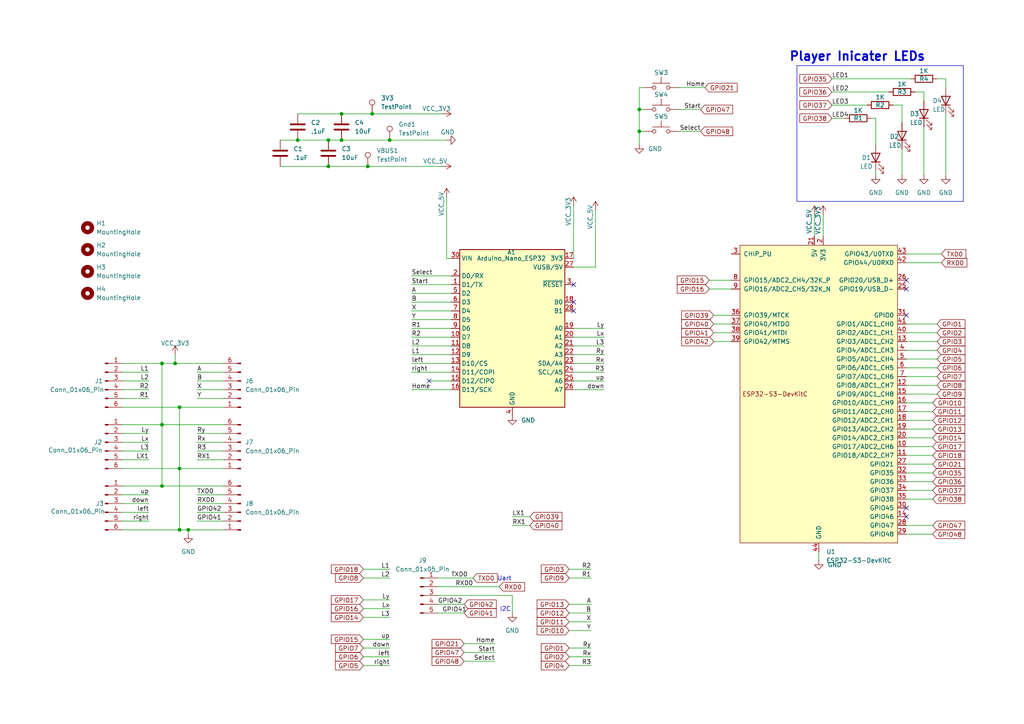
<source format=kicad_sch>
(kicad_sch (version 20250114) (generator "eeschema") (generator_version "9.0")
  (paper "A4")
  (lib_symbols
    (symbol "MCU Carrier Board:+3.3V" (power) (pin_numbers (hide yes)) (pin_names (offset 0) (hide yes))
      (property "Value" "+3.3V" (at 0 3.556 0))
      (symbol "+3.3V_0_1"
        (polyline (pts (xy -0.762 1.27) (xy 0 2.54)))
        (polyline (pts (xy 0 2.54) (xy 0.762 1.27)))
        (polyline (pts (xy 0 0) (xy 0 2.54)))
      )
      (symbol "+3.3V_1_1"
        (pin power_in line (at 0 0 90) (length 0) (name "~") (number "1"))
      )
    )
    (symbol "MCU Carrier Board:+3V3" (power) (pin_numbers (hide yes)) (pin_names (offset 0) (hide yes))
      (property "Value" "+3V3" (at 0 3.556 0))
      (symbol "+3V3_0_1"
        (polyline (pts (xy -0.762 1.27) (xy 0 2.54)))
        (polyline (pts (xy 0 2.54) (xy 0.762 1.27)))
        (polyline (pts (xy 0 0) (xy 0 2.54)))
      )
      (symbol "+3V3_1_1"
        (pin power_in line (at 0 0 90) (length 0) (name "~") (number "1"))
      )
    )
    (symbol "MCU Carrier Board:+5V" (power) (pin_numbers (hide yes)) (pin_names (offset 0) (hide yes))
      (property "Value" "+5V" (at 0 3.556 0))
      (symbol "+5V_0_1"
        (polyline (pts (xy -0.762 1.27) (xy 0 2.54)))
        (polyline (pts (xy 0 2.54) (xy 0.762 1.27)))
        (polyline (pts (xy 0 0) (xy 0 2.54)))
      )
      (symbol "+5V_1_1"
        (pin power_in line (at 0 0 90) (length 0) (name "~") (number "1"))
      )
    )
    (symbol "MCU Carrier Board:C" (pin_numbers (hide yes)) (pin_names (offset 0.254))
      (property "Reference" "C" (at 0.635 2.54 0))
      (property "Value" "C" (at 0.635 -2.54 0))
      (symbol "C_0_1"
        (polyline (pts (xy -2.032 0.762) (xy 2.032 0.762)) (stroke (width 0.508)))
        (polyline (pts (xy -2.032 -0.762) (xy 2.032 -0.762)) (stroke (width 0.508)))
      )
      (symbol "C_1_1"
        (pin passive line (at 0 3.81 270) (length 2.794) (name "~") (number "1"))
        (pin passive line (at 0 -3.81 90) (length 2.794) (name "~") (number "2"))
      )
    )
    (symbol "MCU Carrier Board:Conn_01x05_Pin" (pin_names (offset 1.016) (hide yes))
      (property "Reference" "J" (at 0 7.62 0))
      (property "Value" "Conn_01x05_Pin" (at 0 -7.62 0))
      (symbol "Conn_01x05_Pin_1_1"
        (rectangle (start 0.8636 5.207) (end 0 4.953) (stroke (width 0.1524)) (fill (type outline)))
        (rectangle (start 0.8636 2.667) (end 0 2.413) (stroke (width 0.1524)) (fill (type outline)))
        (rectangle (start 0.8636 0.127) (end 0 -0.127) (stroke (width 0.1524)) (fill (type outline)))
        (rectangle (start 0.8636 -2.413) (end 0 -2.667) (stroke (width 0.1524)) (fill (type outline)))
        (rectangle (start 0.8636 -4.953) (end 0 -5.207) (stroke (width 0.1524)) (fill (type outline)))
        (polyline (pts (xy 1.27 5.08) (xy 0.8636 5.08)) (stroke (width 0.1524)))
        (polyline (pts (xy 1.27 2.54) (xy 0.8636 2.54)) (stroke (width 0.1524)))
        (polyline (pts (xy 1.27 0) (xy 0.8636 0)) (stroke (width 0.1524)))
        (polyline (pts (xy 1.27 -2.54) (xy 0.8636 -2.54)) (stroke (width 0.1524)))
        (polyline (pts (xy 1.27 -5.08) (xy 0.8636 -5.08)) (stroke (width 0.1524)))
        (pin passive line (at 5.08 5.08 180) (length 3.81) (name "Pin_1") (number "1"))
        (pin passive line (at 5.08 2.54 180) (length 3.81) (name "Pin_2") (number "2"))
        (pin passive line (at 5.08 0 180) (length 3.81) (name "Pin_3") (number "3"))
        (pin passive line (at 5.08 -2.54 180) (length 3.81) (name "Pin_4") (number "4"))
        (pin passive line (at 5.08 -5.08 180) (length 3.81) (name "Pin_5") (number "5"))
      )
    )
    (symbol "MCU Carrier Board:Conn_01x06_Pin" (pin_names (offset 1.016) (hide yes))
      (property "Reference" "J" (at 0 7.62 0))
      (property "Value" "Conn_01x06_Pin" (at 0 -10.16 0))
      (symbol "Conn_01x06_Pin_1_1"
        (rectangle (start 0.8636 5.207) (end 0 4.953) (stroke (width 0.1524)) (fill (type outline)))
        (rectangle (start 0.8636 2.667) (end 0 2.413) (stroke (width 0.1524)) (fill (type outline)))
        (rectangle (start 0.8636 0.127) (end 0 -0.127) (stroke (width 0.1524)) (fill (type outline)))
        (rectangle (start 0.8636 -2.413) (end 0 -2.667) (stroke (width 0.1524)) (fill (type outline)))
        (rectangle (start 0.8636 -4.953) (end 0 -5.207) (stroke (width 0.1524)) (fill (type outline)))
        (rectangle (start 0.8636 -7.493) (end 0 -7.747) (stroke (width 0.1524)) (fill (type outline)))
        (polyline (pts (xy 1.27 5.08) (xy 0.8636 5.08)) (stroke (width 0.1524)))
        (polyline (pts (xy 1.27 2.54) (xy 0.8636 2.54)) (stroke (width 0.1524)))
        (polyline (pts (xy 1.27 0) (xy 0.8636 0)) (stroke (width 0.1524)))
        (polyline (pts (xy 1.27 -2.54) (xy 0.8636 -2.54)) (stroke (width 0.1524)))
        (polyline (pts (xy 1.27 -5.08) (xy 0.8636 -5.08)) (stroke (width 0.1524)))
        (polyline (pts (xy 1.27 -7.62) (xy 0.8636 -7.62)) (stroke (width 0.1524)))
        (pin passive line (at 5.08 5.08 180) (length 3.81) (name "Pin_1") (number "1"))
        (pin passive line (at 5.08 2.54 180) (length 3.81) (name "Pin_2") (number "2"))
        (pin passive line (at 5.08 0 180) (length 3.81) (name "Pin_3") (number "3"))
        (pin passive line (at 5.08 -2.54 180) (length 3.81) (name "Pin_4") (number "4"))
        (pin passive line (at 5.08 -5.08 180) (length 3.81) (name "Pin_5") (number "5"))
        (pin passive line (at 5.08 -7.62 180) (length 3.81) (name "Pin_6") (number "6"))
      )
    )
    (symbol "MCU Carrier Board:GND" (power) (pin_numbers (hide yes)) (pin_names (offset 0) (hide yes))
      (property "Value" "GND" (at 0 -3.81 0))
      (symbol "GND_0_1"
        (polyline (pts (xy 0 0) (xy 0 -1.27) (xy 1.27 -1.27) (xy 0 -2.54) (xy -1.27 -1.27) (xy 0 -1.27)))
      )
      (symbol "GND_1_1"
        (pin power_in line (at 0 0 270) (length 0) (name "~") (number "1"))
      )
    )
    (symbol "MCU Carrier Board:LED" (pin_numbers (hide yes)) (pin_names (offset 1.016) (hide yes))
      (property "Reference" "D" (at 0 2.54 0))
      (property "Value" "LED" (at 0 -2.54 0))
      (symbol "LED_0_1"
        (polyline (pts (xy -3.048 -0.762) (xy -4.572 -2.286) (xy -3.81 -2.286) (xy -4.572 -2.286) (xy -4.572 -1.524)))
        (polyline (pts (xy -1.778 -0.762) (xy -3.302 -2.286) (xy -2.54 -2.286) (xy -3.302 -2.286) (xy -3.302 -1.524)))
        (polyline (pts (xy -1.27 0) (xy 1.27 0)))
        (polyline (pts (xy -1.27 -1.27) (xy -1.27 1.27)) (stroke (width 0.254)))
        (polyline (pts (xy 1.27 -1.27) (xy 1.27 1.27) (xy -1.27 0) (xy 1.27 -1.27)) (stroke (width 0.254)))
      )
      (symbol "LED_1_1"
        (pin passive line (at -3.81 0 0) (length 2.54) (name "K") (number "1"))
        (pin passive line (at 3.81 0 180) (length 2.54) (name "A") (number "2"))
      )
    )
    (symbol "MCU Carrier Board:MountingHole" (pin_names (offset 1.016)) (in_bom no)
      (property "Reference" "H" (at 0 5.08 0))
      (property "Value" "MountingHole" (at 0 3.175 0))
      (symbol "MountingHole_0_1"
        (circle (center 0 0) (radius 1.27) (stroke (width 1.27)))
      )
    )
    (symbol "MCU Carrier Board:R" (pin_numbers (hide yes)) (pin_names (offset 0))
      (property "Reference" "R" (at 2.032 0 90))
      (property "Value" "R" (at 0 0 90))
      (symbol "R_0_1"
        (rectangle (start -1.016 -2.54) (end 1.016 2.54) (stroke (width 0.254)))
      )
      (symbol "R_1_1"
        (pin passive line (at 0 3.81 270) (length 1.27) (name "~") (number "1"))
        (pin passive line (at 0 -3.81 90) (length 1.27) (name "~") (number "2"))
      )
    )
    (symbol "MCU Carrier Board:SW_Push" (pin_numbers (hide yes)) (pin_names (offset 1.016) (hide yes))
      (property "Reference" "SW" (at 1.27 2.54 0))
      (property "Value" "SW_Push" (at 0 -1.524 0))
      (symbol "SW_Push_0_1"
        (circle (center -2.032 0) (radius 0.508))
        (polyline (pts (xy 0 1.27) (xy 0 3.048)))
        (circle (center 2.032 0) (radius 0.508))
        (polyline (pts (xy 2.54 1.27) (xy -2.54 1.27)))
        (pin passive line (at -5.08 0 0) (length 2.54) (name "1") (number "1"))
        (pin passive line (at 5.08 0 180) (length 2.54) (name "2") (number "2"))
      )
    )
    (symbol "MCU Carrier Board:TestPoint" (pin_numbers (hide yes)) (pin_names (offset 0.762) (hide yes))
      (property "Reference" "TP" (at 0 6.858 0))
      (property "Value" "TestPoint" (at 0 5.08 0))
      (symbol "TestPoint_0_1"
        (circle (center 0 3.302) (radius 0.762))
      )
      (symbol "TestPoint_1_1"
        (pin passive line (at 0 0 90) (length 2.54) (name "1") (number "1"))
      )
    )
    (symbol "MCU_Module:Arduino_Nano_ESP32"
      (property "Reference" "A" (at -14.986 23.622 0))
      (property "Value" "Arduino_Nano_ESP32" (at 3.81 -25.654 0))
      (symbol "Arduino_Nano_ESP32_0_1"
        (rectangle (start -15.24 22.86) (end 15.24 -22.86) (stroke (width 0.254)) (fill (type background)))
      )
      (symbol "Arduino_Nano_ESP32_1_1"
        (pin power_in line (at -17.78 20.32 0) (length 2.54) (name "VIN") (number "30"))
        (pin bidirectional line (at -17.78 15.24 0) (length 2.54) (name "D0/RX") (number "2"))
        (pin bidirectional line (at -17.78 12.7 0) (length 2.54) (name "D1/TX") (number "1"))
        (pin bidirectional line (at -17.78 10.16 0) (length 2.54) (name "D2") (number "5"))
        (pin bidirectional line (at -17.78 7.62 0) (length 2.54) (name "D3") (number "6"))
        (pin bidirectional line (at -17.78 5.08 0) (length 2.54) (name "D4") (number "7"))
        (pin bidirectional line (at -17.78 2.54 0) (length 2.54) (name "D5") (number "8"))
        (pin bidirectional line (at -17.78 0 0) (length 2.54) (name "D6") (number "9"))
        (pin bidirectional line (at -17.78 -2.54 0) (length 2.54) (name "D7") (number "10"))
        (pin bidirectional line (at -17.78 -5.08 0) (length 2.54) (name "D8") (number "11"))
        (pin bidirectional line (at -17.78 -7.62 0) (length 2.54) (name "D9") (number "12"))
        (pin bidirectional line (at -17.78 -10.16 0) (length 2.54) (name "D10/CS") (number "13"))
        (pin bidirectional line (at -17.78 -12.7 0) (length 2.54) (name "D11/COPI") (number "14"))
        (pin bidirectional line (at -17.78 -15.24 0) (length 2.54) (name "D12/CIPO") (number "15"))
        (pin bidirectional line (at -17.78 -17.78 0) (length 2.54) (name "D13/SCK") (number "16"))
        (pin passive line (at 0 -25.4 90) (length 2.54) (hide yes) (name "GND") (number "29"))
        (pin power_in line (at 0 -25.4 90) (length 2.54) (name "GND") (number "4"))
        (pin power_out line (at 17.78 20.32 180) (length 2.54) (name "3V3") (number "17"))
        (pin power_out line (at 17.78 17.78 180) (length 2.54) (name "VUSB/5V") (number "27"))
        (pin input line (at 17.78 12.7 180) (length 2.54) (name "~{RESET}") (number "3"))
        (pin bidirectional line (at 17.78 7.62 180) (length 2.54) (name "B0") (number "18"))
        (pin bidirectional line (at 17.78 5.08 180) (length 2.54) (name "B1") (number "28"))
        (pin bidirectional line (at 17.78 0 180) (length 2.54) (name "A0") (number "19"))
        (pin bidirectional line (at 17.78 -2.54 180) (length 2.54) (name "A1") (number "20"))
        (pin bidirectional line (at 17.78 -5.08 180) (length 2.54) (name "A2") (number "21"))
        (pin bidirectional line (at 17.78 -7.62 180) (length 2.54) (name "A3") (number "22"))
        (pin bidirectional line (at 17.78 -10.16 180) (length 2.54) (name "SDA/A4") (number "23"))
        (pin bidirectional line (at 17.78 -12.7 180) (length 2.54) (name "SCL/A5") (number "24"))
        (pin bidirectional line (at 17.78 -15.24 180) (length 2.54) (name "A6") (number "25"))
        (pin bidirectional line (at 17.78 -17.78 180) (length 2.54) (name "A7") (number "26"))
      )
    )
    (symbol "PCM_Espressif:ESP32-S3-DevKitC" (pin_names (offset 1.016))
      (property "Reference" "U" (at -22.86 48.26 0))
      (property "Value" "ESP32-S3-DevKitC" (at -22.86 45.72 0))
      (symbol "ESP32-S3-DevKitC_0_0"
        (text "ESP32-S3-DevKitC" (at -12.7 0 0) (effects (font (size 1.27 1.27))))
        (pin bidirectional line (at -25.4 15.24 0) (length 2.54) (name "GPIO42/MTMS") (number "39"))
        (pin power_in line (at 0 -45.72 90) (length 2.54) (name "GND") (number "44"))
        (pin bidirectional line (at 25.4 40.64 180) (length 2.54) (name "GPIO43/U0TXD") (number "43"))
        (pin bidirectional line (at 25.4 38.1 180) (length 2.54) (name "GPIO44/U0RXD") (number "42"))
        (pin bidirectional line (at 25.4 20.32 180) (length 2.54) (name "GPIO1/ADC1_CH0") (number "41"))
        (pin bidirectional line (at 25.4 17.78 180) (length 2.54) (name "GPIO2/ADC1_CH1") (number "40"))
        (pin bidirectional line (at 25.4 -10.16 180) (length 2.54) (name "GPIO13/ADC2_CH2") (number "19"))
        (pin bidirectional line (at 25.4 -35.56 180) (length 2.54) (name "GPIO46") (number "14"))
      )
      (symbol "ESP32-S3-DevKitC_0_1"
        (rectangle (start -22.86 43.18) (end 22.86 -43.18) (fill (type background)))
        (pin power_in line (at 1.27 45.72 270) (length 2.54) (name "3V3") (number "2"))
      )
      (symbol "ESP32-S3-DevKitC_1_1"
        (pin input line (at -25.4 40.64 0) (length 2.54) (name "CHIP_PU") (number "3"))
        (pin bidirectional line (at -25.4 33.02 0) (length 2.54) (name "GPIO15/ADC2_CH4/32K_P") (number "8"))
        (pin bidirectional line (at -25.4 30.48 0) (length 2.54) (name "GPIO16/ADC2_CH5/32K_N") (number "9"))
        (pin bidirectional line (at -25.4 22.86 0) (length 2.54) (name "GPIO39/MTCK") (number "36"))
        (pin bidirectional line (at -25.4 20.32 0) (length 2.54) (name "GPIO40/MTDO") (number "37"))
        (pin bidirectional line (at -25.4 17.78 0) (length 2.54) (name "GPIO41/MTDI") (number "38"))
        (pin power_in line (at -1.27 45.72 270) (length 2.54) (name "5V") (number "21"))
        (pin passive line (at 0 -45.72 90) (length 2.54) (hide yes) (name "GND") (number "22"))
        (pin passive line (at 0 -45.72 90) (length 2.54) (hide yes) (name "GND") (number "23"))
        (pin passive line (at 0 -45.72 90) (length 2.54) (hide yes) (name "GND") (number "24"))
        (pin passive line (at 1.27 45.72 270) (length 2.54) (hide yes) (name "3V3") (number "1"))
        (pin bidirectional line (at 25.4 33.02 180) (length 2.54) (name "GPIO20/USB_D+") (number "26"))
        (pin bidirectional line (at 25.4 30.48 180) (length 2.54) (name "GPIO19/USB_D-") (number "25"))
        (pin bidirectional line (at 25.4 22.86 180) (length 2.54) (name "GPIO0") (number "31"))
        (pin bidirectional line (at 25.4 15.24 180) (length 2.54) (name "GPIO3/ADC1_CH2") (number "13"))
        (pin bidirectional line (at 25.4 12.7 180) (length 2.54) (name "GPIO4/ADC1_CH3") (number "4"))
        (pin bidirectional line (at 25.4 10.16 180) (length 2.54) (name "GPIO5/ADC1_CH4") (number "5"))
        (pin bidirectional line (at 25.4 7.62 180) (length 2.54) (name "GPIO6/ADC1_CH5") (number "6"))
        (pin bidirectional line (at 25.4 5.08 180) (length 2.54) (name "GPIO7/ADC1_CH6") (number "7"))
        (pin bidirectional line (at 25.4 2.54 180) (length 2.54) (name "GPIO8/ADC1_CH7") (number "12"))
        (pin bidirectional line (at 25.4 0 180) (length 2.54) (name "GPIO9/ADC1_CH8") (number "15"))
        (pin bidirectional line (at 25.4 -2.54 180) (length 2.54) (name "GPIO10/ADC1_CH9") (number "16"))
        (pin bidirectional line (at 25.4 -5.08 180) (length 2.54) (name "GPIO11/ADC2_CH0") (number "17"))
        (pin bidirectional line (at 25.4 -7.62 180) (length 2.54) (name "GPIO12/ADC2_CH1") (number "18"))
        (pin bidirectional line (at 25.4 -12.7 180) (length 2.54) (name "GPIO14/ADC2_CH3") (number "20"))
        (pin bidirectional line (at 25.4 -15.24 180) (length 2.54) (name "GPIO17/ADC2_CH6") (number "10"))
        (pin bidirectional line (at 25.4 -17.78 180) (length 2.54) (name "GPIO18/ADC2_CH7") (number "11"))
        (pin bidirectional line (at 25.4 -20.32 180) (length 2.54) (name "GPIO21") (number "27"))
        (pin bidirectional line (at 25.4 -22.86 180) (length 2.54) (name "GPIO35") (number "32"))
        (pin bidirectional line (at 25.4 -25.4 180) (length 2.54) (name "GPIO36") (number "33"))
        (pin bidirectional line (at 25.4 -27.94 180) (length 2.54) (name "GPIO37") (number "34"))
        (pin bidirectional line (at 25.4 -30.48 180) (length 2.54) (name "GPIO38") (number "35"))
        (pin bidirectional line (at 25.4 -33.02 180) (length 2.54) (name "GPIO45") (number "30"))
        (pin bidirectional line (at 25.4 -38.1 180) (length 2.54) (name "GPIO47") (number "28"))
        (pin bidirectional line (at 25.4 -40.64 180) (length 2.54) (name "GPIO48") (number "29"))
      )
    )
  )
  (rectangle (start 231.14 19.05) (end 279.4 58.42))
  (text "Player Inicater LEDs" (at 248.666 16.51 0) (effects (font (size 2.54 2.54) (thickness 0.508) (bold yes))))
  (text "Uart\n" (at 146.304 167.894 0) (effects (font (size 1.27 1.27))))
  (text "I2C\n" (at 146.558 176.784 0) (effects (font (size 1.27 1.27))))
  (junction (at 86.36 40.64))
  (junction (at 185.42 31.75))
  (junction (at 52.07 135.89))
  (junction (at 54.61 153.67))
  (junction (at 185.42 38.1))
  (junction (at 95.25 48.26))
  (junction (at 46.99 105.41))
  (junction (at 46.99 140.97))
  (junction (at 52.07 118.11))
  (junction (at 106.68 48.26))
  (junction (at 50.8 105.41))
  (junction (at 99.06 40.64))
  (junction (at 113.03 40.64))
  (junction (at 52.07 153.67))
  (junction (at 99.06 33.02))
  (junction (at 95.25 40.64))
  (junction (at 46.99 123.19))
  (junction (at 107.95 33.02))
  (no_connect (at 124.46 110.49))
  (no_connect (at 262.89 149.86))
  (no_connect (at 262.89 147.32))
  (no_connect (at 166.37 82.55))
  (no_connect (at 166.37 90.17))
  (no_connect (at 262.89 91.44))
  (no_connect (at 262.89 83.82))
  (no_connect (at 166.37 87.63))
  (no_connect (at 262.89 81.28))
  (wire (pts (xy 86.36 40.64) (xy 95.25 40.64)))
  (wire (pts (xy 212.09 93.98) (xy 207.01 93.98)))
  (wire (pts (xy 165.1 193.04) (xy 171.45 193.04)))
  (wire (pts (xy 165.1 167.64) (xy 171.45 167.64)))
  (wire (pts (xy 270.51 132.08) (xy 262.89 132.08)))
  (wire (pts (xy 270.51 134.62) (xy 262.89 134.62)))
  (wire (pts (xy 261.62 43.18) (xy 261.62 50.8)))
  (wire (pts (xy 43.18 115.57) (xy 35.56 115.57)))
  (wire (pts (xy 262.89 144.78) (xy 270.51 144.78)))
  (wire (pts (xy 107.95 33.02) (xy 99.06 33.02)))
  (wire (pts (xy 241.3 22.86) (xy 264.16 22.86)))
  (wire (pts (xy 267.97 26.67) (xy 265.43 26.67)))
  (wire (pts (xy 271.78 104.14) (xy 262.89 104.14)))
  (wire (pts (xy 274.32 22.86) (xy 274.32 25.4)))
  (wire (pts (xy 273.05 73.66) (xy 262.89 73.66)))
  (wire (pts (xy 267.97 26.67) (xy 267.97 29.21)))
  (wire (pts (xy 57.15 148.59) (xy 64.77 148.59)))
  (wire (pts (xy 43.18 146.05) (xy 35.56 146.05)))
  (wire (pts (xy 185.42 31.75) (xy 185.42 38.1)))
  (wire (pts (xy 43.18 107.95) (xy 35.56 107.95)))
  (wire (pts (xy 52.07 118.11) (xy 52.07 135.89)))
  (wire (pts (xy 166.37 100.33) (xy 175.26 100.33)))
  (wire (pts (xy 270.51 152.4) (xy 262.89 152.4)))
  (wire (pts (xy 52.07 153.67) (xy 54.61 153.67)))
  (wire (pts (xy 57.15 128.27) (xy 64.77 128.27)))
  (wire (pts (xy 241.3 34.29) (xy 245.11 34.29)))
  (wire (pts (xy 105.41 165.1) (xy 113.03 165.1)))
  (wire (pts (xy 241.3 30.48) (xy 251.46 30.48)))
  (wire (pts (xy 134.62 175.26) (xy 127 175.26)))
  (wire (pts (xy 165.1 177.8) (xy 171.45 177.8)))
  (wire (pts (xy 105.41 167.64) (xy 113.03 167.64)))
  (wire (pts (xy 236.22 62.23) (xy 236.22 68.58)))
  (wire (pts (xy 175.26 97.79) (xy 166.37 97.79)))
  (wire (pts (xy 119.38 80.01) (xy 130.81 80.01)))
  (wire (pts (xy 57.15 113.03) (xy 64.77 113.03)))
  (wire (pts (xy 54.61 154.94) (xy 54.61 153.67)))
  (wire (pts (xy 175.26 105.41) (xy 166.37 105.41)))
  (wire (pts (xy 50.8 102.87) (xy 50.8 105.41)))
  (wire (pts (xy 134.62 189.23) (xy 143.51 189.23)))
  (wire (pts (xy 35.56 153.67) (xy 52.07 153.67)))
  (wire (pts (xy 196.85 38.1) (xy 203.2 38.1)))
  (wire (pts (xy 57.15 130.81) (xy 64.77 130.81)))
  (wire (pts (xy 165.1 182.88) (xy 171.45 182.88)))
  (wire (pts (xy 57.15 143.51) (xy 64.77 143.51)))
  (wire (pts (xy 99.06 40.64) (xy 113.03 40.64)))
  (wire (pts (xy 271.78 111.76) (xy 262.89 111.76)))
  (wire (pts (xy 148.59 149.86) (xy 153.67 149.86)))
  (wire (pts (xy 270.51 121.92) (xy 262.89 121.92)))
  (wire (pts (xy 262.89 96.52) (xy 271.78 96.52)))
  (wire (pts (xy 212.09 91.44) (xy 207.01 91.44)))
  (wire (pts (xy 165.1 175.26) (xy 171.45 175.26)))
  (wire (pts (xy 46.99 123.19) (xy 64.77 123.19)))
  (wire (pts (xy 261.62 30.48) (xy 259.08 30.48)))
  (wire (pts (xy 105.41 187.96) (xy 113.03 187.96)))
  (wire (pts (xy 43.18 128.27) (xy 35.56 128.27)))
  (wire (pts (xy 43.18 110.49) (xy 35.56 110.49)))
  (wire (pts (xy 270.51 127) (xy 262.89 127)))
  (wire (pts (xy 86.36 33.02) (xy 99.06 33.02)))
  (wire (pts (xy 274.32 22.86) (xy 271.78 22.86)))
  (wire (pts (xy 105.41 190.5) (xy 113.03 190.5)))
  (wire (pts (xy 127 170.18) (xy 144.78 170.18)))
  (wire (pts (xy 105.41 173.99) (xy 113.03 173.99)))
  (wire (pts (xy 105.41 185.42) (xy 113.03 185.42)))
  (wire (pts (xy 254 49.53) (xy 254 50.8)))
  (wire (pts (xy 185.42 31.75) (xy 186.69 31.75)))
  (wire (pts (xy 134.62 191.77) (xy 143.51 191.77)))
  (wire (pts (xy 238.76 62.23) (xy 238.76 68.58)))
  (wire (pts (xy 35.56 135.89) (xy 52.07 135.89)))
  (wire (pts (xy 57.15 133.35) (xy 64.77 133.35)))
  (wire (pts (xy 119.38 105.41) (xy 130.81 105.41)))
  (wire (pts (xy 262.89 101.6) (xy 271.78 101.6)))
  (wire (pts (xy 165.1 180.34) (xy 171.45 180.34)))
  (wire (pts (xy 119.38 95.25) (xy 130.81 95.25)))
  (wire (pts (xy 119.38 85.09) (xy 130.81 85.09)))
  (wire (pts (xy 212.09 81.28) (xy 205.74 81.28)))
  (wire (pts (xy 81.28 40.64) (xy 86.36 40.64)))
  (wire (pts (xy 271.78 109.22) (xy 262.89 109.22)))
  (wire (pts (xy 129.54 57.15) (xy 129.54 74.93)))
  (wire (pts (xy 185.42 38.1) (xy 185.42 41.91)))
  (wire (pts (xy 119.38 82.55) (xy 130.81 82.55)))
  (wire (pts (xy 50.8 105.41) (xy 64.77 105.41)))
  (wire (pts (xy 185.42 25.4) (xy 186.69 25.4)))
  (wire (pts (xy 207.01 99.06) (xy 212.09 99.06)))
  (wire (pts (xy 129.54 74.93) (xy 130.81 74.93)))
  (wire (pts (xy 57.15 125.73) (xy 64.77 125.73)))
  (wire (pts (xy 43.18 151.13) (xy 35.56 151.13)))
  (wire (pts (xy 35.56 118.11) (xy 52.07 118.11)))
  (wire (pts (xy 43.18 148.59) (xy 35.56 148.59)))
  (wire (pts (xy 57.15 151.13) (xy 64.77 151.13)))
  (wire (pts (xy 175.26 107.95) (xy 166.37 107.95)))
  (wire (pts (xy 35.56 105.41) (xy 46.99 105.41)))
  (wire (pts (xy 107.95 33.02) (xy 128.27 33.02)))
  (wire (pts (xy 271.78 106.68) (xy 262.89 106.68)))
  (wire (pts (xy 35.56 140.97) (xy 46.99 140.97)))
  (wire (pts (xy 254 34.29) (xy 254 41.91)))
  (wire (pts (xy 106.68 48.26) (xy 128.27 48.26)))
  (wire (pts (xy 262.89 139.7) (xy 270.51 139.7)))
  (wire (pts (xy 134.62 177.8) (xy 127 177.8)))
  (wire (pts (xy 105.41 179.07) (xy 113.03 179.07)))
  (wire (pts (xy 262.89 129.54) (xy 270.51 129.54)))
  (wire (pts (xy 113.03 40.64) (xy 129.54 40.64)))
  (wire (pts (xy 105.41 176.53) (xy 113.03 176.53)))
  (wire (pts (xy 119.38 102.87) (xy 130.81 102.87)))
  (wire (pts (xy 119.38 107.95) (xy 130.81 107.95)))
  (wire (pts (xy 119.38 87.63) (xy 130.81 87.63)))
  (wire (pts (xy 43.18 130.81) (xy 35.56 130.81)))
  (wire (pts (xy 119.38 97.79) (xy 130.81 97.79)))
  (wire (pts (xy 43.18 113.03) (xy 35.56 113.03)))
  (wire (pts (xy 270.51 119.38) (xy 262.89 119.38)))
  (wire (pts (xy 241.3 26.67) (xy 257.81 26.67)))
  (wire (pts (xy 134.62 186.69) (xy 143.51 186.69)))
  (wire (pts (xy 262.89 93.98) (xy 271.78 93.98)))
  (wire (pts (xy 46.99 123.19) (xy 46.99 140.97)))
  (wire (pts (xy 165.1 190.5) (xy 171.45 190.5)))
  (wire (pts (xy 81.28 48.26) (xy 95.25 48.26)))
  (wire (pts (xy 175.26 95.25) (xy 166.37 95.25)))
  (wire (pts (xy 119.38 90.17) (xy 130.81 90.17)))
  (wire (pts (xy 185.42 38.1) (xy 186.69 38.1)))
  (wire (pts (xy 105.41 193.04) (xy 113.03 193.04)))
  (wire (pts (xy 137.16 167.64) (xy 127 167.64)))
  (wire (pts (xy 270.51 154.94) (xy 262.89 154.94)))
  (wire (pts (xy 35.56 133.35) (xy 43.18 133.35)))
  (wire (pts (xy 175.26 102.87) (xy 166.37 102.87)))
  (wire (pts (xy 166.37 59.69) (xy 166.37 74.93)))
  (wire (pts (xy 271.78 114.3) (xy 262.89 114.3)))
  (wire (pts (xy 207.01 96.52) (xy 212.09 96.52)))
  (wire (pts (xy 254 34.29) (xy 252.73 34.29)))
  (wire (pts (xy 262.89 137.16) (xy 270.51 137.16)))
  (wire (pts (xy 273.05 76.2) (xy 262.89 76.2)))
  (wire (pts (xy 119.38 100.33) (xy 130.81 100.33)))
  (wire (pts (xy 270.51 124.46) (xy 262.89 124.46)))
  (wire (pts (xy 57.15 115.57) (xy 64.77 115.57)))
  (wire (pts (xy 148.59 177.8) (xy 148.59 172.72)))
  (wire (pts (xy 270.51 116.84) (xy 262.89 116.84)))
  (wire (pts (xy 185.42 31.75) (xy 185.42 25.4)))
  (wire (pts (xy 165.1 165.1) (xy 171.45 165.1)))
  (wire (pts (xy 52.07 135.89) (xy 52.07 153.67)))
  (wire (pts (xy 203.2 31.75) (xy 196.85 31.75)))
  (wire (pts (xy 148.59 172.72) (xy 127 172.72)))
  (wire (pts (xy 46.99 105.41) (xy 50.8 105.41)))
  (wire (pts (xy 46.99 140.97) (xy 64.77 140.97)))
  (wire (pts (xy 237.49 162.56) (xy 237.49 160.02)))
  (wire (pts (xy 43.18 125.73) (xy 35.56 125.73)))
  (wire (pts (xy 196.85 25.4) (xy 204.47 25.4)))
  (wire (pts (xy 95.25 40.64) (xy 99.06 40.64)))
  (wire (pts (xy 274.32 33.02) (xy 274.32 50.8)))
  (wire (pts (xy 212.09 83.82) (xy 205.74 83.82)))
  (wire (pts (xy 57.15 146.05) (xy 64.77 146.05)))
  (wire (pts (xy 43.18 143.51) (xy 35.56 143.51)))
  (wire (pts (xy 124.46 110.49) (xy 130.81 110.49)))
  (wire (pts (xy 175.26 113.03) (xy 166.37 113.03)))
  (wire (pts (xy 57.15 107.95) (xy 64.77 107.95)))
  (wire (pts (xy 35.56 123.19) (xy 46.99 123.19)))
  (wire (pts (xy 175.26 110.49) (xy 166.37 110.49)))
  (wire (pts (xy 52.07 118.11) (xy 64.77 118.11)))
  (wire (pts (xy 119.38 113.03) (xy 130.81 113.03)))
  (wire (pts (xy 148.59 152.4) (xy 153.67 152.4)))
  (wire (pts (xy 172.72 60.96) (xy 172.72 77.47)))
  (wire (pts (xy 261.62 30.48) (xy 261.62 35.56)))
  (wire (pts (xy 172.72 77.47) (xy 166.37 77.47)))
  (wire (pts (xy 119.38 92.71) (xy 130.81 92.71)))
  (wire (pts (xy 262.89 142.24) (xy 270.51 142.24)))
  (wire (pts (xy 46.99 105.41) (xy 46.99 123.19)))
  (wire (pts (xy 57.15 110.49) (xy 64.77 110.49)))
  (wire (pts (xy 165.1 187.96) (xy 171.45 187.96)))
  (wire (pts (xy 54.61 153.67) (xy 64.77 153.67)))
  (wire (pts (xy 52.07 135.89) (xy 64.77 135.89)))
  (wire (pts (xy 95.25 48.26) (xy 106.68 48.26)))
  (wire (pts (xy 267.97 36.83) (xy 267.97 50.8)))
  (wire (pts (xy 262.89 99.06) (xy 271.78 99.06)))
  (label "Y" (at 57.15 115.57 0))
  (label "R1" (at 43.18 115.57 180))
  (label "Ry" (at 57.15 125.73 0))
  (label "Select" (at 203.2 38.1 180))
  (label "Ly" (at 113.03 173.99 180))
  (label "right" (at 113.03 193.04 180))
  (label "Start" (at 119.38 82.55 0))
  (label "X" (at 119.38 90.17 0))
  (label "LX1" (at 43.18 133.35 180))
  (label "LED4" (at 241.3 34.29 0))
  (label "L2" (at 113.03 167.64 180))
  (label "RXD0" (at 57.15 146.05 0))
  (label "TXD0" (at 57.15 143.51 0))
  (label "TXD0" (at 130.81 167.64 0))
  (label "RXD0" (at 132.08 170.18 0))
  (label "X" (at 57.15 113.03 0))
  (label "L2" (at 43.18 110.49 180))
  (label "Lx" (at 43.18 128.27 180))
  (label "LED1" (at 241.3 22.86 0))
  (label "Start" (at 203.2 31.75 180))
  (label "L1" (at 113.03 165.1 180))
  (label "R2" (at 119.38 97.79 0))
  (label "R2" (at 43.18 113.03 180))
  (label "GPIO42" (at 127 175.26 0))
  (label "B" (at 119.38 87.63 0))
  (label "left" (at 119.38 105.41 0))
  (label "Select" (at 143.51 191.77 180))
  (label "Select" (at 119.38 80.01 0))
  (label "GPIO42" (at 57.15 148.59 0))
  (label "L1" (at 43.18 107.95 180))
  (label "RX1" (at 148.59 152.4 0))
  (label "up" (at 43.18 143.51 180))
  (label "L1" (at 119.38 102.87 0))
  (label "Lx" (at 175.26 97.79 180))
  (label "RX1" (at 57.15 133.35 0))
  (label "Ly" (at 43.18 125.73 180))
  (label "A" (at 119.38 85.09 0))
  (label "L3" (at 175.26 100.33 180))
  (label "down" (at 43.18 146.05 180))
  (label "right" (at 119.38 107.95 0))
  (label "GPIO41" (at 128.27 177.8 0))
  (label "Rx" (at 175.26 105.41 180))
  (label "L2" (at 119.38 100.33 0))
  (label "up" (at 175.26 110.49 180))
  (label "Start" (at 143.51 189.23 180))
  (label "Lx" (at 113.03 176.53 180))
  (label "Y" (at 171.45 182.88 180))
  (label "Home" (at 204.47 25.4 180))
  (label "L3" (at 113.03 179.07 180))
  (label "Ry" (at 171.45 187.96 180))
  (label "X" (at 171.45 180.34 180))
  (label "A" (at 57.15 107.95 0))
  (label "Ly" (at 175.26 95.25 180))
  (label "left" (at 113.03 190.5 180))
  (label "Y" (at 119.38 92.71 0))
  (label "Home" (at 143.51 186.69 180))
  (label "up" (at 113.03 185.42 180))
  (label "down" (at 175.26 113.03 180))
  (label "Home" (at 119.38 113.03 0))
  (label "Rx" (at 171.45 190.5 180))
  (label "Rx" (at 57.15 128.27 0))
  (label "left" (at 43.18 148.59 180))
  (label "LX1" (at 148.59 149.86 0))
  (label "GPIO41" (at 57.15 151.13 0))
  (label "B" (at 171.45 177.8 180))
  (label "right" (at 43.18 151.13 180))
  (label "A" (at 171.45 175.26 180))
  (label "R2" (at 171.45 165.1 180))
  (label "R3" (at 171.45 193.04 180))
  (label "LED2" (at 241.3 26.67 0))
  (label "R1" (at 119.38 95.25 0))
  (label "LED3" (at 241.3 30.48 0))
  (label "Ry" (at 175.26 102.87 180))
  (label "R3" (at 57.15 130.81 0))
  (label "R1" (at 171.45 167.64 180))
  (label "B" (at 57.15 110.49 0))
  (label "R3" (at 175.26 107.95 180))
  (label "down" (at 113.03 187.96 180))
  (label "L3" (at 43.18 130.81 180))
  (global_label "GPIO38" (shape input) (at 270.51 144.78 0) (property "Intersheetrefs" "${INTERSHEET_REFS}" (effects (hide yes))))
  (global_label "GPIO18" (shape input) (at 105.41 165.1 180) (property "Intersheetrefs" "${INTERSHEET_REFS}" (effects (hide yes))))
  (global_label "GPIO40" (shape input) (at 207.01 93.98 180) (property "Intersheetrefs" "${INTERSHEET_REFS}" (effects (hide yes))))
  (global_label "GPIO5" (shape input) (at 105.41 193.04 180) (property "Intersheetrefs" "${INTERSHEET_REFS}" (effects (hide yes))))
  (global_label "GPIO47" (shape input) (at 270.51 152.4 0) (property "Intersheetrefs" "${INTERSHEET_REFS}" (effects (hide yes))))
  (global_label "GPIO36" (shape input) (at 270.51 139.7 0) (property "Intersheetrefs" "${INTERSHEET_REFS}" (effects (hide yes))))
  (global_label "GPIO21" (shape input) (at 204.47 25.4 0) (property "Intersheetrefs" "${INTERSHEET_REFS}" (effects (hide yes))))
  (global_label "GPIO37" (shape input) (at 241.3 30.48 180) (property "Intersheetrefs" "${INTERSHEET_REFS}" (effects (hide yes))))
  (global_label "GPIO10" (shape input) (at 270.51 116.84 0) (property "Intersheetrefs" "${INTERSHEET_REFS}" (effects (hide yes))))
  (global_label "GPIO18" (shape input) (at 270.51 132.08 0) (property "Intersheetrefs" "${INTERSHEET_REFS}" (effects (hide yes))))
  (global_label "GPIO14" (shape input) (at 270.51 127 0) (property "Intersheetrefs" "${INTERSHEET_REFS}" (effects (hide yes))))
  (global_label "GPIO14" (shape input) (at 105.41 179.07 180) (property "Intersheetrefs" "${INTERSHEET_REFS}" (effects (hide yes))))
  (global_label "GPIO11" (shape input) (at 165.1 180.34 180) (property "Intersheetrefs" "${INTERSHEET_REFS}" (effects (hide yes))))
  (global_label "GPIO39" (shape input) (at 207.01 91.44 180) (property "Intersheetrefs" "${INTERSHEET_REFS}" (effects (hide yes))))
  (global_label "GPIO35" (shape input) (at 241.3 22.86 180) (property "Intersheetrefs" "${INTERSHEET_REFS}" (effects (hide yes))))
  (global_label "GPIO42" (shape input) (at 207.01 99.06 180) (property "Intersheetrefs" "${INTERSHEET_REFS}" (effects (hide yes))))
  (global_label "GPIO21" (shape input) (at 134.62 186.69 180) (property "Intersheetrefs" "${INTERSHEET_REFS}" (effects (hide yes))))
  (global_label "GPIO12" (shape input) (at 165.1 177.8 180) (property "Intersheetrefs" "${INTERSHEET_REFS}" (effects (hide yes))))
  (global_label "GPIO36" (shape input) (at 241.3 26.67 180) (property "Intersheetrefs" "${INTERSHEET_REFS}" (effects (hide yes))))
  (global_label "GPIO13" (shape input) (at 165.1 175.26 180) (property "Intersheetrefs" "${INTERSHEET_REFS}" (effects (hide yes))))
  (global_label "GPIO2" (shape input) (at 271.78 96.52 0) (property "Intersheetrefs" "${INTERSHEET_REFS}" (effects (hide yes))))
  (global_label "GPIO21" (shape input) (at 270.51 134.62 0) (property "Intersheetrefs" "${INTERSHEET_REFS}" (effects (hide yes))))
  (global_label "GPIO37" (shape input) (at 270.51 142.24 0) (property "Intersheetrefs" "${INTERSHEET_REFS}" (effects (hide yes))))
  (global_label "GPIO3" (shape input) (at 165.1 165.1 180) (property "Intersheetrefs" "${INTERSHEET_REFS}" (effects (hide yes))))
  (global_label "GPIO1" (shape input) (at 165.1 187.96 180) (property "Intersheetrefs" "${INTERSHEET_REFS}" (effects (hide yes))))
  (global_label "GPIO16" (shape input) (at 105.41 176.53 180) (property "Intersheetrefs" "${INTERSHEET_REFS}" (effects (hide yes))))
  (global_label "RXD0" (shape input) (at 144.78 170.18 0) (property "Intersheetrefs" "${INTERSHEET_REFS}" (effects (hide yes))))
  (global_label "GPIO4" (shape input) (at 271.78 101.6 0) (property "Intersheetrefs" "${INTERSHEET_REFS}" (effects (hide yes))))
  (global_label "GPIO5" (shape input) (at 271.78 104.14 0) (property "Intersheetrefs" "${INTERSHEET_REFS}" (effects (hide yes))))
  (global_label "GPIO8" (shape input) (at 105.41 167.64 180) (property "Intersheetrefs" "${INTERSHEET_REFS}" (effects (hide yes))))
  (global_label "GPIO15" (shape input) (at 205.74 81.28 180) (property "Intersheetrefs" "${INTERSHEET_REFS}" (effects (hide yes))))
  (global_label "GPIO17" (shape input) (at 105.41 173.99 180) (property "Intersheetrefs" "${INTERSHEET_REFS}" (effects (hide yes))))
  (global_label "GPIO41" (shape input) (at 207.01 96.52 180) (property "Intersheetrefs" "${INTERSHEET_REFS}" (effects (hide yes))))
  (global_label "GPIO48" (shape input) (at 270.51 154.94 0) (property "Intersheetrefs" "${INTERSHEET_REFS}" (effects (hide yes))))
  (global_label "TXD0" (shape input) (at 273.05 73.66 0) (property "Intersheetrefs" "${INTERSHEET_REFS}" (effects (hide yes))))
  (global_label "GPIO12" (shape input) (at 270.51 121.92 0) (property "Intersheetrefs" "${INTERSHEET_REFS}" (effects (hide yes))))
  (global_label "GPIO48" (shape input) (at 134.62 191.77 180) (property "Intersheetrefs" "${INTERSHEET_REFS}" (effects (hide yes))))
  (global_label "GPIO16" (shape input) (at 205.74 83.82 180) (property "Intersheetrefs" "${INTERSHEET_REFS}" (effects (hide yes))))
  (global_label "GPIO35" (shape input) (at 270.51 137.16 0) (property "Intersheetrefs" "${INTERSHEET_REFS}" (effects (hide yes))))
  (global_label "GPIO47" (shape input) (at 203.2 31.75 0) (property "Intersheetrefs" "${INTERSHEET_REFS}" (effects (hide yes))))
  (global_label "GPIO1" (shape input) (at 271.78 93.98 0) (property "Intersheetrefs" "${INTERSHEET_REFS}" (effects (hide yes))))
  (global_label "GPIO42" (shape input) (at 134.62 175.26 0) (property "Intersheetrefs" "${INTERSHEET_REFS}" (effects (hide yes))))
  (global_label "GPIO13" (shape input) (at 270.51 124.46 0) (property "Intersheetrefs" "${INTERSHEET_REFS}" (effects (hide yes))))
  (global_label "RXD0" (shape input) (at 273.05 76.2 0) (property "Intersheetrefs" "${INTERSHEET_REFS}" (effects (hide yes))))
  (global_label "GPIO6" (shape input) (at 271.78 106.68 0) (property "Intersheetrefs" "${INTERSHEET_REFS}" (effects (hide yes))))
  (global_label "GPIO3" (shape input) (at 271.78 99.06 0) (property "Intersheetrefs" "${INTERSHEET_REFS}" (effects (hide yes))))
  (global_label "GPIO9" (shape input) (at 165.1 167.64 180) (property "Intersheetrefs" "${INTERSHEET_REFS}" (effects (hide yes))))
  (global_label "TXD0" (shape input) (at 137.16 167.64 0) (property "Intersheetrefs" "${INTERSHEET_REFS}" (effects (hide yes))))
  (global_label "GPIO8" (shape input) (at 271.78 111.76 0) (property "Intersheetrefs" "${INTERSHEET_REFS}" (effects (hide yes))))
  (global_label "GPIO41" (shape input) (at 134.62 177.8 0) (property "Intersheetrefs" "${INTERSHEET_REFS}" (effects (hide yes))))
  (global_label "GPIO11" (shape input) (at 270.51 119.38 0) (property "Intersheetrefs" "${INTERSHEET_REFS}" (effects (hide yes))))
  (global_label "GPIO10" (shape input) (at 165.1 182.88 180) (property "Intersheetrefs" "${INTERSHEET_REFS}" (effects (hide yes))))
  (global_label "GPIO47" (shape input) (at 134.62 189.23 180) (property "Intersheetrefs" "${INTERSHEET_REFS}" (effects (hide yes))))
  (global_label "GPIO9" (shape input) (at 271.78 114.3 0) (property "Intersheetrefs" "${INTERSHEET_REFS}" (effects (hide yes))))
  (global_label "GPIO7" (shape input) (at 271.78 109.22 0) (property "Intersheetrefs" "${INTERSHEET_REFS}" (effects (hide yes))))
  (global_label "GPIO4" (shape input) (at 165.1 193.04 180) (property "Intersheetrefs" "${INTERSHEET_REFS}" (effects (hide yes))))
  (global_label "GPIO38" (shape input) (at 241.3 34.29 180) (property "Intersheetrefs" "${INTERSHEET_REFS}" (effects (hide yes))))
  (global_label "GPIO48" (shape input) (at 203.2 38.1 0) (property "Intersheetrefs" "${INTERSHEET_REFS}" (effects (hide yes))))
  (global_label "GPIO15" (shape input) (at 105.41 185.42 180) (property "Intersheetrefs" "${INTERSHEET_REFS}" (effects (hide yes))))
  (global_label "GPIO39" (shape input) (at 153.67 149.86 0) (property "Intersheetrefs" "${INTERSHEET_REFS}" (effects (hide yes))))
  (global_label "GPIO6" (shape input) (at 105.41 190.5 180) (property "Intersheetrefs" "${INTERSHEET_REFS}" (effects (hide yes))))
  (global_label "GPIO7" (shape input) (at 105.41 187.96 180) (property "Intersheetrefs" "${INTERSHEET_REFS}" (effects (hide yes))))
  (global_label "GPIO2" (shape input) (at 165.1 190.5 180) (property "Intersheetrefs" "${INTERSHEET_REFS}" (effects (hide yes))))
  (global_label "GPIO17" (shape input) (at 270.51 129.54 0) (property "Intersheetrefs" "${INTERSHEET_REFS}" (effects (hide yes))))
  (global_label "GPIO40" (shape input) (at 153.67 152.4 0) (property "Intersheetrefs" "${INTERSHEET_REFS}" (effects (hide yes))))
  (symbol (lib_id "MCU Carrier Board:GND") (at 148.59 120.65 0) (unit 1)
    (property "Reference" "#PWR03" (effects (hide yes)))
    (property "Value" "GND" (at 151.13 121.9199 0) (effects (justify left)))
    (property "Description" "Power symbol creates a global label with name \"GND\" , ground" (effects (hide yes)))
  )
  (symbol (lib_id "MCU Carrier Board:+5V") (at 236.22 62.23 0) (unit 1)
    (property "Reference" "#PWR013" (effects (hide yes)))
    (property "Value" "VCC_5V" (at 234.696 67.818 90) (effects (justify left)))
    (property "Description" "Power symbol creates a global label with name \"+5V\"" (effects (hide yes)))
  )
  (symbol (lib_id "MCU Carrier Board:MountingHole") (at 25.4 85.09 0) (unit 1) (in_bom no)
    (property "Reference" "H4" (at 27.94 83.8199 0) (effects (justify left)))
    (property "Value" "MountingHole" (at 27.94 86.3599 0) (effects (justify left)))
    (property "Footprint" "MCU_Carrier_Board:MountingHole_2.5mm" (effects (hide yes)))
    (property "Description" "Mounting Hole without connection" (effects (hide yes)))
  )
  (symbol (lib_id "MCU Carrier Board:GND") (at 237.49 162.56 0) (unit 1)
    (property "Reference" "#PWR08" (effects (hide yes)))
    (property "Value" "GND" (at 240.03 163.8299 0) (effects (justify left)))
    (property "Description" "Power symbol creates a global label with name \"GND\" , ground" (effects (hide yes)))
  )
  (symbol (lib_id "MCU Carrier Board:MountingHole") (at 25.4 78.74 0) (unit 1) (in_bom no)
    (property "Reference" "H3" (at 27.94 77.4699 0) (effects (justify left)))
    (property "Value" "MountingHole" (at 27.94 80.0099 0) (effects (justify left)))
    (property "Footprint" "MCU_Carrier_Board:MountingHole_2.5mm" (effects (hide yes)))
    (property "Description" "Mounting Hole without connection" (effects (hide yes)))
  )
  (symbol (lib_id "MCU Carrier Board:R") (at 255.27 30.48 90) (unit 1)
    (property "Reference" "R2" (at 255.27 30.48 90))
    (property "Value" "1K" (at 255.27 28.194 90))
    (property "Footprint" "MCU_Carrier_Board:R_0603_1608Metric_Pad0.98x0.95mm_HandSolder" (effects (hide yes)))
    (property "Description" "Resistor" (effects (hide yes)))
  )
  (symbol (lib_id "MCU Carrier Board:GND") (at 148.59 177.8 0) (unit 1)
    (property "Reference" "#PWR07" (effects (hide yes)))
    (property "Value" "GND" (at 148.59 182.88 0))
    (property "Description" "Power symbol creates a global label with name \"GND\" , ground" (effects (hide yes)))
  )
  (symbol (lib_id "MCU Carrier Board:+3V3") (at 166.37 59.69 0) (mirror y) (unit 1)
    (property "Reference" "#PWR012" (effects (hide yes)))
    (property "Value" "VCC_3V3" (at 164.846 65.532 90) (effects (justify left)))
    (property "Description" "Power symbol creates a global label with name \"+3V3\"" (effects (hide yes)))
  )
  (symbol (lib_id "MCU Carrier Board:TestPoint") (at 106.68 48.26 0) (unit 1) (in_bom no)
    (property "Reference" "VBUS1" (at 109.22 43.6879 0) (effects (justify left)))
    (property "Value" "TestPoint" (at 109.22 46.2279 0) (effects (justify left)))
    (property "Footprint" "MCU_Carrier_Board:TestPoint_Pad_D1.0mm" (effects (hide yes)))
    (property "Description" "test point" (effects (hide yes)))
  )
  (symbol (lib_id "MCU Carrier Board:GND") (at 274.32 50.8 0) (unit 1)
    (property "Reference" "#PWR021" (effects (hide yes)))
    (property "Value" "GND" (at 274.32 55.88 0))
    (property "Description" "Power symbol creates a global label with name \"GND\" , ground" (effects (hide yes)))
  )
  (symbol (lib_id "MCU Carrier Board:TestPoint") (at 107.95 33.02 0) (unit 1) (in_bom no)
    (property "Reference" "3V3" (at 110.49 28.4479 0) (effects (justify left)))
    (property "Value" "TestPoint" (at 110.49 30.9879 0) (effects (justify left)))
    (property "Footprint" "MCU_Carrier_Board:TestPoint_Pad_D1.0mm" (effects (hide yes)))
    (property "Description" "test point" (effects (hide yes)))
  )
  (symbol (lib_id "MCU Carrier Board:R") (at 261.62 26.67 90) (unit 1)
    (property "Reference" "R3" (at 261.62 26.67 90))
    (property "Value" "1K" (at 261.62 24.384 90))
    (property "Footprint" "MCU_Carrier_Board:R_0603_1608Metric_Pad0.98x0.95mm_HandSolder" (effects (hide yes)))
    (property "Description" "Resistor" (effects (hide yes)))
  )
  (symbol (lib_id "MCU Carrier Board:+5V") (at 129.54 57.15 0) (unit 1)
    (property "Reference" "#PWR010" (effects (hide yes)))
    (property "Value" "VCC_5V" (at 128.016 62.738 90) (effects (justify left)))
    (property "Description" "Power symbol creates a global label with name \"+5V\"" (effects (hide yes)))
  )
  (symbol (lib_id "MCU Carrier Board:LED") (at 254 45.72 90) (unit 1)
    (property "Reference" "D1" (at 249.936 45.72 90) (effects (justify right)))
    (property "Value" "LED" (at 249.428 48.26 90) (effects (justify right)))
    (property "Footprint" "MCU_Carrier_Board:LED_0603_1608Metric_Pad1.05x0.95mm_HandSolder" (effects (hide yes)))
    (property "Description" "Light emitting diode" (effects (hide yes)))
    (property "Sim.Pins" "1=K 2=A" (effects (hide yes)))
  )
  (symbol (lib_id "MCU Carrier Board:Conn_01x06_Pin") (at 69.85 148.59 180) (unit 1)
    (property "Reference" "J8" (at 71.12 146.0499 0) (effects (justify right)))
    (property "Value" "Conn_01x06_Pin" (at 71.12 148.5899 0) (effects (justify right)))
    (property "Footprint" "Connector_PinHeader_2.54mm:PinHeader_1x06_P2.54mm_Vertical" (effects (hide yes)))
    (property "Description" "Generic connector, single row, 01x06, script generated" (effects (hide yes)))
  )
  (symbol (lib_id "PCM_Espressif:ESP32-S3-DevKitC") (at 237.49 114.3 0) (unit 1)
    (property "Reference" "U1" (at 239.6333 160.02 0) (effects (justify left)))
    (property "Value" "ESP32-S3-DevKitC" (at 239.6333 162.56 0) (effects (justify left)))
    (property "Footprint" "PCM_Espressif:ESP32-S3-DevKitC" (effects (hide yes)))
    (property "Description" "ESP32-S3-DevKitC" (effects (hide yes)))
  )
  (symbol (lib_id "MCU Carrier Board:GND") (at 54.61 154.94 0) (unit 1)
    (property "Reference" "#PWR02" (effects (hide yes)))
    (property "Value" "GND" (at 54.61 160.02 0))
    (property "Description" "Power symbol creates a global label with name \"GND\" , ground" (effects (hide yes)))
  )
  (symbol (lib_id "MCU Carrier Board:C") (at 86.36 36.83 0) (unit 1)
    (property "Reference" "C2" (at 90.17 35.5599 0) (effects (justify left)))
    (property "Value" ".1uF" (at 90.17 38.0999 0) (effects (justify left)))
    (property "Footprint" "MCU_Carrier_Board:C_0603_1608Metric_Pad1.08x0.95mm_HandSolder" (effects (hide yes)))
    (property "Description" "Unpolarized capacitor" (effects (hide yes)))
  )
  (symbol (lib_id "MCU Carrier Board:R") (at 267.97 22.86 90) (unit 1)
    (property "Reference" "R4" (at 267.97 22.86 90))
    (property "Value" "1K" (at 267.97 20.574 90))
    (property "Footprint" "MCU_Carrier_Board:R_0603_1608Metric_Pad0.98x0.95mm_HandSolder" (effects (hide yes)))
    (property "Description" "Resistor" (effects (hide yes)))
  )
  (symbol (lib_id "MCU Carrier Board:GND") (at 185.42 41.91 0) (unit 1)
    (property "Reference" "#PWR011" (effects (hide yes)))
    (property "Value" "GND" (at 187.96 43.1799 0) (effects (justify left)))
    (property "Description" "Power symbol creates a global label with name \"GND\" , ground" (effects (hide yes)))
  )
  (symbol (lib_id "MCU Carrier Board:GND") (at 267.97 50.8 0) (unit 1)
    (property "Reference" "#PWR020" (effects (hide yes)))
    (property "Value" "GND" (at 267.97 55.88 0))
    (property "Description" "Power symbol creates a global label with name \"GND\" , ground" (effects (hide yes)))
  )
  (symbol (lib_id "MCU Carrier Board:Conn_01x06_Pin") (at 30.48 128.27 0) (unit 1)
    (property "Reference" "J2" (at 28.448 128.27 0))
    (property "Value" "Conn_01x06_Pin" (at 21.844 130.556 0))
    (property "Footprint" "Connector_PinHeader_2.54mm:PinHeader_1x06_P2.54mm_Vertical" (effects (hide yes)))
    (property "Description" "Generic connector, single row, 01x06, script generated" (effects (hide yes)))
  )
  (symbol (lib_id "MCU Carrier Board:Conn_01x06_Pin") (at 30.48 110.49 0) (unit 1)
    (property "Reference" "J1" (at 28.702 110.49 0))
    (property "Value" "Conn_01x06_Pin" (at 22.352 113.03 0))
    (property "Footprint" "Connector_PinHeader_2.54mm:PinHeader_1x06_P2.54mm_Vertical" (effects (hide yes)))
    (property "Description" "Generic connector, single row, 01x06, script generated" (effects (hide yes)))
  )
  (symbol (lib_id "MCU Carrier Board:Conn_01x06_Pin") (at 30.48 146.05 0) (unit 1)
    (property "Reference" "J3" (at 28.956 146.05 0))
    (property "Value" "Conn_01x06_Pin" (at 22.606 148.336 0))
    (property "Footprint" "Connector_PinHeader_2.54mm:PinHeader_1x06_P2.54mm_Vertical" (effects (hide yes)))
    (property "Description" "Generic connector, single row, 01x06, script generated" (effects (hide yes)))
  )
  (symbol (lib_id "MCU Carrier Board:+3V3") (at 238.76 62.23 0) (mirror y) (unit 1)
    (property "Reference" "#PWR014" (effects (hide yes)))
    (property "Value" "VCC_3V3" (at 237.236 68.072 90) (effects (justify left)))
    (property "Description" "Power symbol creates a global label with name \"+3V3\"" (effects (hide yes)))
  )
  (symbol (lib_id "MCU Carrier Board:C") (at 95.25 44.45 0) (unit 1)
    (property "Reference" "C3" (at 99.06 43.1799 0) (effects (justify left)))
    (property "Value" "10uF" (at 99.06 45.7199 0) (effects (justify left)))
    (property "Footprint" "MCU_Carrier_Board:C_0603_1608Metric_Pad1.08x0.95mm_HandSolder" (effects (hide yes)))
    (property "Description" "Unpolarized capacitor" (effects (hide yes)))
  )
  (symbol (lib_id "MCU Carrier Board:LED") (at 267.97 33.02 90) (unit 1)
    (property "Reference" "D3" (at 263.906 33.02 90) (effects (justify right)))
    (property "Value" "LED" (at 263.906 35.56 90) (effects (justify right)))
    (property "Footprint" "MCU_Carrier_Board:LED_0603_1608Metric_Pad1.05x0.95mm_HandSolder" (effects (hide yes)))
    (property "Description" "Light emitting diode" (effects (hide yes)))
    (property "Sim.Pins" "1=K 2=A" (effects (hide yes)))
  )
  (symbol (lib_id "MCU Carrier Board:R") (at 248.92 34.29 90) (unit 1)
    (property "Reference" "R1" (at 248.92 34.29 90))
    (property "Value" "1K" (at 248.92 32.004 90))
    (property "Footprint" "MCU_Carrier_Board:R_0603_1608Metric_Pad0.98x0.95mm_HandSolder" (effects (hide yes)))
    (property "Description" "Resistor" (effects (hide yes)))
  )
  (symbol (lib_id "MCU Carrier Board:SW_Push") (at 191.77 25.4 0) (unit 1)
    (property "Reference" "SW3" (at 191.77 21.082 0))
    (property "Value" "SW_Push" (effects (hide yes)))
    (property "Footprint" "MCU_Carrier_Board:SW_Push_1P1T_XKB_TS-1187A" (effects (hide yes)))
    (property "Description" "Push button switch, generic, two pins" (effects (hide yes)))
  )
  (symbol (lib_id "MCU Carrier Board:GND") (at 129.54 40.64 90) (mirror x) (unit 1)
    (property "Reference" "#PWR06" (effects (hide yes)))
    (property "Value" "GND" (at 127.762 38.354 90) (effects (justify right)))
    (property "Description" "Power symbol creates a global label with name \"GND\" , ground" (effects (hide yes)))
  )
  (symbol (lib_id "MCU Carrier Board:+5V") (at 128.27 48.26 270) (unit 1)
    (property "Reference" "#PWR04" (effects (hide yes)))
    (property "Value" "VCC_5V" (at 122.682 46.736 90) (effects (justify left)))
    (property "Description" "Power symbol creates a global label with name \"+5V\"" (effects (hide yes)))
  )
  (symbol (lib_id "MCU Carrier Board:GND") (at 261.62 50.8 0) (unit 1)
    (property "Reference" "#PWR019" (effects (hide yes)))
    (property "Value" "GND" (at 261.62 55.88 0))
    (property "Description" "Power symbol creates a global label with name \"GND\" , ground" (effects (hide yes)))
  )
  (symbol (lib_id "MCU Carrier Board:LED") (at 261.62 39.37 90) (unit 1)
    (property "Reference" "D2" (at 258.064 39.624 90) (effects (justify right)))
    (property "Value" "LED" (at 257.81 42.164 90) (effects (justify right)))
    (property "Footprint" "MCU_Carrier_Board:LED_0603_1608Metric_Pad1.05x0.95mm_HandSolder" (effects (hide yes)))
    (property "Description" "Light emitting diode" (effects (hide yes)))
    (property "Sim.Pins" "1=K 2=A" (effects (hide yes)))
  )
  (symbol (lib_id "MCU Carrier Board:MountingHole") (at 25.4 72.39 0) (unit 1) (in_bom no)
    (property "Reference" "H2" (at 27.94 71.1199 0) (effects (justify left)))
    (property "Value" "MountingHole" (at 27.94 73.6599 0) (effects (justify left)))
    (property "Footprint" "MCU_Carrier_Board:MountingHole_2.5mm" (effects (hide yes)))
    (property "Description" "Mounting Hole without connection" (effects (hide yes)))
  )
  (symbol (lib_id "MCU Carrier Board:SW_Push") (at 191.77 31.75 0) (unit 1)
    (property "Reference" "SW4" (at 191.77 27.432 0))
    (property "Value" "SW_Push" (effects (hide yes)))
    (property "Footprint" "MCU_Carrier_Board:SW_Push_1P1T_XKB_TS-1187A" (effects (hide yes)))
    (property "Description" "Push button switch, generic, two pins" (effects (hide yes)))
  )
  (symbol (lib_id "MCU Carrier Board:MountingHole") (at 25.4 66.04 0) (unit 1) (in_bom no)
    (property "Reference" "H1" (at 27.94 64.7699 0) (effects (justify left)))
    (property "Value" "MountingHole" (at 27.94 67.3099 0) (effects (justify left)))
    (property "Footprint" "MCU_Carrier_Board:MountingHole_2.5mm" (effects (hide yes)))
    (property "Description" "Mounting Hole without connection" (effects (hide yes)))
  )
  (symbol (lib_id "MCU Carrier Board:TestPoint") (at 113.03 40.64 0) (unit 1) (in_bom no)
    (property "Reference" "Gnd1" (at 115.57 36.0679 0) (effects (justify left)))
    (property "Value" "TestPoint" (at 115.57 38.6079 0) (effects (justify left)))
    (property "Footprint" "MCU_Carrier_Board:TestPoint_Pad_D1.0mm" (effects (hide yes)))
    (property "Description" "test point" (effects (hide yes)))
  )
  (symbol (lib_id "MCU Carrier Board:LED") (at 274.32 29.21 90) (unit 1)
    (property "Reference" "D4" (at 270.51 29.21 90) (effects (justify right)))
    (property "Value" "LED" (at 270.51 31.75 90) (effects (justify right)))
    (property "Footprint" "MCU_Carrier_Board:LED_0603_1608Metric_Pad1.05x0.95mm_HandSolder" (effects (hide yes)))
    (property "Description" "Light emitting diode" (effects (hide yes)))
    (property "Sim.Pins" "1=K 2=A" (effects (hide yes)))
  )
  (symbol (lib_id "MCU Carrier Board:Conn_01x05_Pin") (at 121.92 172.72 0) (unit 1) (in_bom no) (on_board no)
    (property "Reference" "J9" (at 122.555 162.56 0))
    (property "Value" "Conn_01x05_Pin" (at 122.555 165.1 0))
    (property "Footprint" "MCU_Carrier_Board:JST_EH_S5B-EH_1x05_P2.50mm_Horizontal" (effects (hide yes)))
    (property "Description" "Generic connector, single row, 01x05, script generated" (effects (hide yes)))
  )
  (symbol (lib_id "MCU Carrier Board:Conn_01x06_Pin") (at 69.85 113.03 180) (unit 1)
    (property "Reference" "J6" (at 71.12 110.4899 0) (effects (justify right)))
    (property "Value" "Conn_01x06_Pin" (at 71.12 113.0299 0) (effects (justify right)))
    (property "Footprint" "Connector_PinHeader_2.54mm:PinHeader_1x06_P2.54mm_Vertical" (effects (hide yes)))
    (property "Description" "Generic connector, single row, 01x06, script generated" (effects (hide yes)))
  )
  (symbol (lib_id "MCU Carrier Board:+3.3V") (at 50.8 102.87 0) (unit 1) (in_bom no) (on_board no)
    (property "Reference" "#PWR01" (effects (hide yes)))
    (property "Value" "VCC_3V3" (at 50.8 99.568 0))
    (property "Description" "Power symbol creates a global label with name \"+3.3V\"" (effects (hide yes)))
  )
  (symbol (lib_id "MCU Carrier Board:SW_Push") (at 191.77 38.1 0) (unit 1)
    (property "Reference" "SW5" (at 191.77 33.782 0))
    (property "Value" "SW_Push" (effects (hide yes)))
    (property "Footprint" "MCU_Carrier_Board:SW_Push_1P1T_XKB_TS-1187A" (effects (hide yes)))
    (property "Description" "Push button switch, generic, two pins" (effects (hide yes)))
  )
  (symbol (lib_id "MCU Carrier Board:Conn_01x06_Pin") (at 69.85 130.81 180) (unit 1)
    (property "Reference" "J7" (at 71.12 128.2699 0) (effects (justify right)))
    (property "Value" "Conn_01x06_Pin" (at 71.12 130.8099 0) (effects (justify right)))
    (property "Footprint" "Connector_PinHeader_2.54mm:PinHeader_1x06_P2.54mm_Vertical" (effects (hide yes)))
    (property "Description" "Generic connector, single row, 01x06, script generated" (effects (hide yes)))
  )
  (symbol (lib_id "MCU Carrier Board:GND") (at 254 50.8 0) (unit 1)
    (property "Reference" "#PWR018" (effects (hide yes)))
    (property "Value" "GND" (at 254 55.88 0))
    (property "Description" "Power symbol creates a global label with name \"GND\" , ground" (effects (hide yes)))
  )
  (symbol (lib_id "MCU Carrier Board:+3V3") (at 128.27 33.02 270) (mirror x) (unit 1)
    (property "Reference" "#PWR05" (effects (hide yes)))
    (property "Value" "VCC_3V3" (at 122.428 31.496 90) (effects (justify left)))
    (property "Description" "Power symbol creates a global label with name \"+3V3\"" (effects (hide yes)))
  )
  (symbol (lib_id "MCU Carrier Board:+5V") (at 172.72 60.96 0) (unit 1)
    (property "Reference" "#PWR09" (effects (hide yes)))
    (property "Value" "VCC_5V" (at 171.196 66.548 90) (effects (justify left)))
    (property "Description" "Power symbol creates a global label with name \"+5V\"" (effects (hide yes)))
  )
  (symbol (lib_id "MCU Carrier Board:C") (at 81.28 44.45 0) (unit 1)
    (property "Reference" "C1" (at 85.09 43.1799 0) (effects (justify left)))
    (property "Value" ".1uF" (at 85.09 45.7199 0) (effects (justify left)))
    (property "Footprint" "MCU_Carrier_Board:C_0603_1608Metric_Pad1.08x0.95mm_HandSolder" (effects (hide yes)))
    (property "Description" "Unpolarized capacitor" (effects (hide yes)))
  )
  (symbol (lib_id "MCU Carrier Board:C") (at 99.06 36.83 0) (unit 1)
    (property "Reference" "C4" (at 102.87 35.5599 0) (effects (justify left)))
    (property "Value" "10uF" (at 102.87 38.0999 0) (effects (justify left)))
    (property "Footprint" "MCU_Carrier_Board:C_0603_1608Metric_Pad1.08x0.95mm_HandSolder" (effects (hide yes)))
    (property "Description" "Unpolarized capacitor" (effects (hide yes)))
  )
  (symbol (lib_id "MCU_Module:Arduino_Nano_ESP32") (at 148.59 95.25 0) (unit 1)
    (property "Reference" "A1" (at 148.336 73.152 0))
    (property "Value" "Arduino_Nano_ESP32" (at 148.336 74.93 0))
    (property "Footprint" "Module:Arduino_Nano_WithMountingHoles" (effects (hide yes)))
    (property "Datasheet" "https://docs.arduino.cc/resources/datasheets/ABX00083-datasheet.pdf" (effects (hide yes)))
    (property "Description" "Arduino Nano board based on the ESP32-S3 with a dual-core 240 MHz processor, 384 kB ROM, 512 kB SRAM. Operates at 3.3V, with 5V USB-C® input and 6-21V VIN. Features Wi-Fi®, Bluetooth® LE, digital and analog pins, and supports SPI, I2C, UART, I2S, and CAN." (effects (hide yes)))
  )
)
</source>
